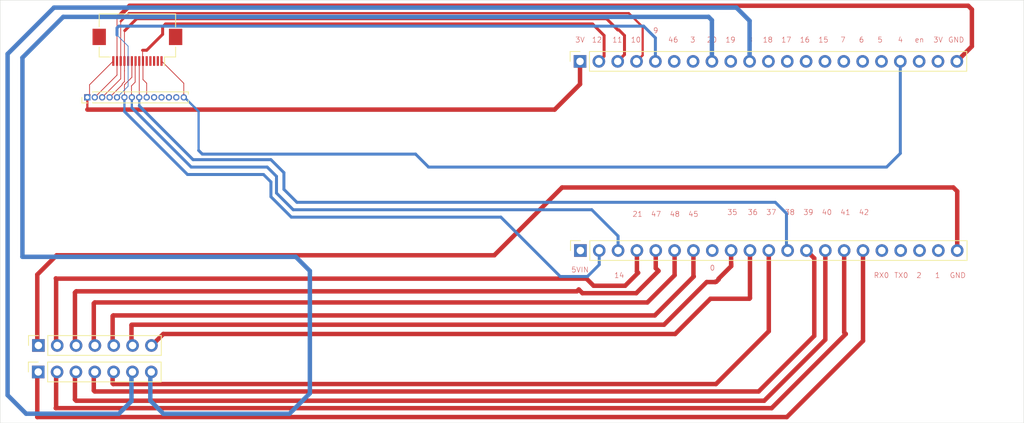
<source format=kicad_pcb>
(kicad_pcb (version 20241229) (generator "pcbnew") (generator_version "9.0")
  (layers (0 "F.Cu" signal) (2 "B.Cu" signal) (13 "F.Paste" user) (15 "B.Paste" user) (5 "F.SilkS" user "F.Silkscreen") (7 "B.SilkS" user "B.Silkscreen") (1 "F.Mask" user) (3 "B.Mask" user) (25 "Edge.Cuts" user))
  (net 0 "")
  (net 1 ".")
  (footprint "Connector_PinSocket_2.54mm:PinSocket_1x21_P2.54mm_Vertical" (layer "F.Cu") (at 157.72 109.75 90)
    (property "Reference" "ESP32PinSocket_2" (hide yes))
    (property "Value" "PinSocket_1x21_P2.54mm_Vertical" (hide yes))
    (fp_line (start 1.33 -1.33) (end 1.33 0) (stroke (width 0.12)) (layer "F.SilkS"))
    (fp_line (start 0 -1.33) (end 1.33 -1.33) (stroke (width 0.12)) (layer "F.SilkS"))
    (fp_line (start 1.33 1.27) (end 1.33 52.13) (stroke (width 0.12)) (layer "F.SilkS"))
    (fp_line (start -1.33 1.27) (end 1.33 1.27) (stroke (width 0.12)) (layer "F.SilkS"))
    (fp_line (start -1.33 1.27) (end -1.33 52.13) (stroke (width 0.12)) (layer "F.SilkS"))
    (fp_line (start -1.33 52.13) (end 1.33 52.13) (stroke (width 0.12)) (layer "F.SilkS"))
    (pad "1" thru_hole rect (at 0 0 90) (size 1.7 1.7) (drill 1) (layers "*.Cu" "*.Mask") (net 1 "."))
    (pad "2" thru_hole circle (at 0 2.54 90) (size 1.7 1.7) (drill 1) (layers "*.Cu" "*.Mask") (net 1 "."))
    (pad "3" thru_hole circle (at 0 5.08 90) (size 1.7 1.7) (drill 1) (layers "*.Cu" "*.Mask") (net 1 "."))
    (pad "4" thru_hole circle (at 0 7.62 90) (size 1.7 1.7) (drill 1) (layers "*.Cu" "*.Mask") (net 1 "."))
    (pad "5" thru_hole circle (at 0 10.16 90) (size 1.7 1.7) (drill 1) (layers "*.Cu" "*.Mask") (net 1 "."))
    (pad "6" thru_hole circle (at 0 12.7 90) (size 1.7 1.7) (drill 1) (layers "*.Cu" "*.Mask") (net 1 "."))
    (pad "7" thru_hole circle (at 0 15.24 90) (size 1.7 1.7) (drill 1) (layers "*.Cu" "*.Mask") (net 1 "."))
    (pad "8" thru_hole circle (at 0 17.78 90) (size 1.7 1.7) (drill 1) (layers "*.Cu" "*.Mask") (net 1 "."))
    (pad "9" thru_hole circle (at 0 20.32 90) (size 1.7 1.7) (drill 1) (layers "*.Cu" "*.Mask") (net 1 "."))
    (pad "10" thru_hole circle (at 0 22.86 90) (size 1.7 1.7) (drill 1) (layers "*.Cu" "*.Mask") (net 1 "."))
    (pad "11" thru_hole circle (at 0 25.4 90) (size 1.7 1.7) (drill 1) (layers "*.Cu" "*.Mask") (net 1 "."))
    (pad "12" thru_hole circle (at 0 27.94 90) (size 1.7 1.7) (drill 1) (layers "*.Cu" "*.Mask") (net 1 "."))
    (pad "13" thru_hole circle (at 0 30.48 90) (size 1.7 1.7) (drill 1) (layers "*.Cu" "*.Mask") (net 1 "."))
    (pad "14" thru_hole circle (at 0 33.02 90) (size 1.7 1.7) (drill 1) (layers "*.Cu" "*.Mask") (net 1 "."))
    (pad "15" thru_hole circle (at 0 35.56 90) (size 1.7 1.7) (drill 1) (layers "*.Cu" "*.Mask") (net 1 "."))
    (pad "16" thru_hole circle (at 0 38.1 90) (size 1.7 1.7) (drill 1) (layers "*.Cu" "*.Mask") (net 1 "."))
    (pad "17" thru_hole circle (at 0 40.64 90) (size 1.7 1.7) (drill 1) (layers "*.Cu" "*.Mask") (net 1 "."))
    (pad "18" thru_hole circle (at 0 43.18 90) (size 1.7 1.7) (drill 1) (layers "*.Cu" "*.Mask") (net 1 "."))
    (pad "19" thru_hole circle (at 0 45.72 90) (size 1.7 1.7) (drill 1) (layers "*.Cu" "*.Mask") (net 1 "."))
    (pad "20" thru_hole circle (at 0 48.26 90) (size 1.7 1.7) (drill 1) (layers "*.Cu" "*.Mask") (net 1 "."))
    (pad "21" thru_hole circle (at 0 50.8 90) (size 1.7 1.7) (drill 1) (layers "*.Cu" "*.Mask") (net 1 "."))
  )
  (footprint "Connector_PinSocket_2.54mm:PinSocket_1x07_P2.54mm_Vertical" (layer "F.Cu") (at 84.63 126.12 90)
    (property "Reference" "KeyboardSocket_2" (hide yes))
    (property "Value" "PinSocket_1x07_P2.54mm_Vertical" (hide yes))
    (fp_line (start 1.33 -1.33) (end 1.33 0) (stroke (width 0.12)) (layer "F.SilkS"))
    (fp_line (start 0 -1.33) (end 1.33 -1.33) (stroke (width 0.12)) (layer "F.SilkS"))
    (fp_line (start 1.33 1.27) (end 1.33 16.57) (stroke (width 0.12)) (layer "F.SilkS"))
    (fp_line (start -1.33 1.27) (end 1.33 1.27) (stroke (width 0.12)) (layer "F.SilkS"))
    (fp_line (start -1.33 1.27) (end -1.33 16.57) (stroke (width 0.12)) (layer "F.SilkS"))
    (fp_line (start -1.33 16.57) (end 1.33 16.57) (stroke (width 0.12)) (layer "F.SilkS"))
    (pad "1" thru_hole rect (at 0 0 90) (size 1.7 1.7) (drill 1) (layers "*.Cu" "*.Mask"))
    (pad "2" thru_hole circle (at 0 2.54 90) (size 1.7 1.7) (drill 1) (layers "*.Cu" "*.Mask"))
    (pad "3" thru_hole circle (at 0 5.08 90) (size 1.7 1.7) (drill 1) (layers "*.Cu" "*.Mask"))
    (pad "4" thru_hole circle (at 0 7.62 90) (size 1.7 1.7) (drill 1) (layers "*.Cu" "*.Mask"))
    (pad "5" thru_hole circle (at 0 10.16 90) (size 1.7 1.7) (drill 1) (layers "*.Cu" "*.Mask"))
    (pad "6" thru_hole circle (at 0 12.7 90) (size 1.7 1.7) (drill 1) (layers "*.Cu" "*.Mask"))
    (pad "7" thru_hole circle (at 0 15.24 90) (size 1.7 1.7) (drill 1) (layers "*.Cu" "*.Mask"))
  )
  (footprint "MountingHole:MountingHole_2.5mm" (layer "F.Cu") (at 90.8 102.69)
    (property "Reference" "REF**" (hide yes))
    (property "Value" "MountingHole_2.5mm" (hide yes))
    (pad "" np_thru_hole circle (at 0 0) (size 13 13) (drill 13) (layers "*.Cu" "*.Mask"))
  )
  (footprint "Connector_PinHeader_1.00mm:PinHeader_1x14_P1.00mm_Vertical" (layer "F.Cu") (at 91.25 89.1 90)
    (property "Reference" "FlatCable_Header" (hide yes))
    (property "Value" "PinHeader_1x14_P1.00mm_Vertical" (hide yes))
    (fp_line (start -0.745 -0.735) (end 0 -0.735) (stroke (width 0.12)) (layer "F.SilkS"))
    (fp_line (start -0.745 0) (end -0.745 -0.735) (stroke (width 0.12)) (layer "F.SilkS"))
    (fp_line (start 0.745 0.735) (end 0.745 13.61) (stroke (width 0.12)) (layer "F.SilkS"))
    (fp_line (start 0.685565 0.735) (end 0.745 0.735) (stroke (width 0.12)) (layer "F.SilkS"))
    (fp_line (start -0.745 0.735) (end -0.685565 0.735) (stroke (width 0.12)) (layer "F.SilkS"))
    (fp_line (start -0.745 0.735) (end -0.745 13.61) (stroke (width 0.12)) (layer "F.SilkS"))
    (fp_line (start 0.41003 13.61) (end 0.745 13.61) (stroke (width 0.12)) (layer "F.SilkS"))
    (fp_line (start -0.745 13.61) (end -0.41003 13.61) (stroke (width 0.12)) (layer "F.SilkS"))
    (pad "1" thru_hole rect (at 0 0 90) (size 0.85 0.85) (drill 0.5) (layers "*.Cu" "*.Mask"))
    (pad "2" thru_hole circle (at 0 1 90) (size 0.85 0.85) (drill 0.5) (layers "*.Cu" "*.Mask"))
    (pad "3" thru_hole circle (at 0 2 90) (size 0.85 0.85) (drill 0.5) (layers "*.Cu" "*.Mask"))
    (pad "4" thru_hole circle (at 0 3 90) (size 0.85 0.85) (drill 0.5) (layers "*.Cu" "*.Mask"))
    (pad "5" thru_hole circle (at 0 4 90) (size 0.85 0.85) (drill 0.5) (layers "*.Cu" "*.Mask"))
    (pad "6" thru_hole circle (at 0 5 90) (size 0.85 0.85) (drill 0.5) (layers "*.Cu" "*.Mask"))
    (pad "7" thru_hole circle (at 0 6 90) (size 0.85 0.85) (drill 0.5) (layers "*.Cu" "*.Mask"))
    (pad "8" thru_hole circle (at 0 7 90) (size 0.85 0.85) (drill 0.5) (layers "*.Cu" "*.Mask"))
    (pad "9" thru_hole circle (at 0 8 90) (size 0.85 0.85) (drill 0.5) (layers "*.Cu" "*.Mask"))
    (pad "10" thru_hole circle (at 0 9 90) (size 0.85 0.85) (drill 0.5) (layers "*.Cu" "*.Mask"))
    (pad "11" thru_hole circle (at 0 10 90) (size 0.85 0.85) (drill 0.5) (layers "*.Cu" "*.Mask"))
    (pad "12" thru_hole circle (at 0 11 90) (size 0.85 0.85) (drill 0.5) (layers "*.Cu" "*.Mask"))
    (pad "13" thru_hole circle (at 0 12 90) (size 0.85 0.85) (drill 0.5) (layers "*.Cu" "*.Mask"))
    (pad "14" thru_hole circle (at 0 13 90) (size 0.85 0.85) (drill 0.5) (layers "*.Cu" "*.Mask"))
  )
  (footprint "Connector_PinSocket_2.54mm:PinSocket_1x21_P2.54mm_Vertical" (layer "F.Cu") (at 157.67 84.25 90)
    (property "Reference" "ESP32PinSocket_1" (hide yes))
    (property "Value" "PinSocket_1x21_P2.54mm_Vertical" (hide yes))
    (fp_line (start 1.33 -1.33) (end 1.33 0) (stroke (width 0.12)) (layer "F.SilkS"))
    (fp_line (start 0 -1.33) (end 1.33 -1.33) (stroke (width 0.12)) (layer "F.SilkS"))
    (fp_line (start 1.33 1.27) (end 1.33 52.13) (stroke (width 0.12)) (layer "F.SilkS"))
    (fp_line (start -1.33 1.27) (end 1.33 1.27) (stroke (width 0.12)) (layer "F.SilkS"))
    (fp_line (start -1.33 1.27) (end -1.33 52.13) (stroke (width 0.12)) (layer "F.SilkS"))
    (fp_line (start -1.33 52.13) (end 1.33 52.13) (stroke (width 0.12)) (layer "F.SilkS"))
    (pad "1" thru_hole rect (at 0 0 90) (size 1.7 1.7) (drill 1) (layers "*.Cu" "*.Mask"))
    (pad "2" thru_hole circle (at 0 2.54 90) (size 1.7 1.7) (drill 1) (layers "*.Cu" "*.Mask"))
    (pad "3" thru_hole circle (at 0 5.08 90) (size 1.7 1.7) (drill 1) (layers "*.Cu" "*.Mask"))
    (pad "4" thru_hole circle (at 0 7.62 90) (size 1.7 1.7) (drill 1) (layers "*.Cu" "*.Mask"))
    (pad "5" thru_hole circle (at 0 10.16 90) (size 1.7 1.7) (drill 1) (layers "*.Cu" "*.Mask"))
    (pad "6" thru_hole circle (at 0 12.7 90) (size 1.7 1.7) (drill 1) (layers "*.Cu" "*.Mask"))
    (pad "7" thru_hole circle (at 0 15.24 90) (size 1.7 1.7) (drill 1) (layers "*.Cu" "*.Mask"))
    (pad "8" thru_hole circle (at 0 17.78 90) (size 1.7 1.7) (drill 1) (layers "*.Cu" "*.Mask"))
    (pad "9" thru_hole circle (at 0 20.32 90) (size 1.7 1.7) (drill 1) (layers "*.Cu" "*.Mask"))
    (pad "10" thru_hole circle (at 0 22.86 90) (size 1.7 1.7) (drill 1) (layers "*.Cu" "*.Mask"))
    (pad "11" thru_hole circle (at 0 25.4 90) (size 1.7 1.7) (drill 1) (layers "*.Cu" "*.Mask"))
    (pad "12" thru_hole circle (at 0 27.94 90) (size 1.7 1.7) (drill 1) (layers "*.Cu" "*.Mask"))
    (pad "13" thru_hole circle (at 0 30.48 90) (size 1.7 1.7) (drill 1) (layers "*.Cu" "*.Mask"))
    (pad "14" thru_hole circle (at 0 33.02 90) (size 1.7 1.7) (drill 1) (layers "*.Cu" "*.Mask"))
    (pad "15" thru_hole circle (at 0 35.56 90) (size 1.7 1.7) (drill 1) (layers "*.Cu" "*.Mask"))
    (pad "16" thru_hole circle (at 0 38.1 90) (size 1.7 1.7) (drill 1) (layers "*.Cu" "*.Mask"))
    (pad "17" thru_hole circle (at 0 40.64 90) (size 1.7 1.7) (drill 1) (layers "*.Cu" "*.Mask"))
    (pad "18" thru_hole circle (at 0 43.18 90) (size 1.7 1.7) (drill 1) (layers "*.Cu" "*.Mask"))
    (pad "19" thru_hole circle (at 0 45.72 90) (size 1.7 1.7) (drill 1) (layers "*.Cu" "*.Mask"))
    (pad "20" thru_hole circle (at 0 48.26 90) (size 1.7 1.7) (drill 1) (layers "*.Cu" "*.Mask"))
    (pad "21" thru_hole circle (at 0 50.8 90) (size 1.7 1.7) (drill 1) (layers "*.Cu" "*.Mask"))
  )
  (footprint "Connector_PinSocket_2.54mm:PinSocket_1x07_P2.54mm_Vertical" (layer "F.Cu") (at 84.65 122.55 90)
    (property "Reference" "KeyboardSocket_1" (hide yes))
    (property "Value" "PinSocket_1x07_P2.54mm_Vertical" (hide yes))
    (fp_line (start 1.33 -1.33) (end 1.33 0) (stroke (width 0.12)) (layer "F.SilkS"))
    (fp_line (start 0 -1.33) (end 1.33 -1.33) (stroke (width 0.12)) (layer "F.SilkS"))
    (fp_line (start 1.33 1.27) (end 1.33 16.57) (stroke (width 0.12)) (layer "F.SilkS"))
    (fp_line (start -1.33 1.27) (end 1.33 1.27) (stroke (width 0.12)) (layer "F.SilkS"))
    (fp_line (start -1.33 1.27) (end -1.33 16.57) (stroke (width 0.12)) (layer "F.SilkS"))
    (fp_line (start -1.33 16.57) (end 1.33 16.57) (stroke (width 0.12)) (layer "F.SilkS"))
    (pad "1" thru_hole rect (at 0 0 90) (size 1.7 1.7) (drill 1) (layers "*.Cu" "*.Mask"))
    (pad "2" thru_hole circle (at 0 2.54 90) (size 1.7 1.7) (drill 1) (layers "*.Cu" "*.Mask"))
    (pad "3" thru_hole circle (at 0 5.08 90) (size 1.7 1.7) (drill 1) (layers "*.Cu" "*.Mask"))
    (pad "4" thru_hole circle (at 0 7.62 90) (size 1.7 1.7) (drill 1) (layers "*.Cu" "*.Mask"))
    (pad "5" thru_hole circle (at 0 10.16 90) (size 1.7 1.7) (drill 1) (layers "*.Cu" "*.Mask"))
    (pad "6" thru_hole circle (at 0 12.7 90) (size 1.7 1.7) (drill 1) (layers "*.Cu" "*.Mask"))
    (pad "7" thru_hole circle (at 0 15.24 90) (size 1.7 1.7) (drill 1) (layers "*.Cu" "*.Mask"))
  )
  (footprint "Connector_FFC-FPC:Hirose_FH12-14S-0.5SH_1x14-1MP_P0.50mm_Horizontal" (layer "F.Cu") (at 98 82.35 180)
    (property "Reference" "FlatCableSocket" (hide yes))
    (property "Value" "Hirose_FH12-14S-0.5SH_1x14-1MP_P0.50mm_Horizontal" (hide yes))
    (fp_line (start 5.15 4.5) (end 5.15 2.76) (stroke (width 0.12)) (layer "F.SilkS"))
    (fp_line (start 5.15 -1.3) (end 5.15 0.04) (stroke (width 0.12)) (layer "F.SilkS"))
    (fp_line (start 3.66 -1.3) (end 5.15 -1.3) (stroke (width 0.12)) (layer "F.SilkS"))
    (fp_line (start -3.66 -1.3) (end -3.66 -2.5) (stroke (width 0.12)) (layer "F.SilkS"))
    (fp_line (start -3.66 -1.3) (end -5.15 -1.3) (stroke (width 0.12)) (layer "F.SilkS"))
    (fp_line (start -5.15 4.5) (end 5.15 4.5) (stroke (width 0.12)) (layer "F.SilkS"))
    (fp_line (start -5.15 2.76) (end -5.15 4.5) (stroke (width 0.12)) (layer "F.SilkS"))
    (fp_line (start -5.15 -1.3) (end -5.15 0.04) (stroke (width 0.12)) (layer "F.SilkS"))
    (pad "1" smd rect (at -3.25 -1.85 180) (size 0.3 1.3) (layers "F.Cu" "F.Mask" "F.Paste"))
    (pad "2" smd rect (at -2.75 -1.85 180) (size 0.3 1.3) (layers "F.Cu" "F.Mask" "F.Paste"))
    (pad "3" smd rect (at -2.25 -1.85 180) (size 0.3 1.3) (layers "F.Cu" "F.Mask" "F.Paste"))
    (pad "4" smd rect (at -1.75 -1.85 180) (size 0.3 1.3) (layers "F.Cu" "F.Mask" "F.Paste"))
    (pad "5" smd rect (at -1.25 -1.85 180) (size 0.3 1.3) (layers "F.Cu" "F.Mask" "F.Paste"))
    (pad "6" smd rect (at -0.75 -1.85 180) (size 0.3 1.3) (layers "F.Cu" "F.Mask" "F.Paste"))
    (pad "7" smd rect (at -0.25 -1.85 180) (size 0.3 1.3) (layers "F.Cu" "F.Mask" "F.Paste"))
    (pad "8" smd rect (at 0.25 -1.85 180) (size 0.3 1.3) (layers "F.Cu" "F.Mask" "F.Paste"))
    (pad "9" smd rect (at 0.75 -1.85 180) (size 0.3 1.3) (layers "F.Cu" "F.Mask" "F.Paste"))
    (pad "10" smd rect (at 1.25 -1.85 180) (size 0.3 1.3) (layers "F.Cu" "F.Mask" "F.Paste"))
    (pad "11" smd rect (at 1.75 -1.85 180) (size 0.3 1.3) (layers "F.Cu" "F.Mask" "F.Paste"))
    (pad "12" smd rect (at 2.25 -1.85 180) (size 0.3 1.3) (layers "F.Cu" "F.Mask" "F.Paste"))
    (pad "13" smd rect (at 2.75 -1.85 180) (size 0.3 1.3) (layers "F.Cu" "F.Mask" "F.Paste"))
    (pad "14" smd rect (at 3.25 -1.85 180) (size 0.3 1.3) (layers "F.Cu" "F.Mask" "F.Paste"))
    (pad "MP" smd rect (at -5.15 1.4 180) (size 1.8 2.2) (layers "F.Cu" "F.Mask" "F.Paste"))
    (pad "MP" smd rect (at 5.15 1.4 180) (size 1.8 2.2) (layers "F.Cu" "F.Mask" "F.Paste"))
  )
  (gr_line (start 217.5 76) (end 79.5 76) (stroke (width 0.05)) (layer "Edge.Cuts"))
  (gr_line (start 217.5 133) (end 217.5 76) (stroke (width 0.05)) (layer "Edge.Cuts"))
  (gr_line (start 217.5 133) (end 79.5 133) (stroke (width 0.05)) (layer "Edge.Cuts"))
  (gr_line (start 79.5 76) (end 79.5 133) (stroke (width 0.05)) (layer "Edge.Cuts"))
  (gr_text "en" (at 202.78 81.75 0) (layer "F.Cu") (effects (font (size 0.7 0.7) (thickness 0.05)) (justify left bottom)))
  (gr_text "11" (at 162 81.75 0) (layer "F.Cu") (effects (font (size 0.7 0.7) (thickness 0.05)) (justify left bottom)))
  (gr_text "19" (at 177.25 81.75 0) (layer "F.Cu") (effects (font (size 0.7 0.7) (thickness 0.05)) (justify left bottom)))
  (gr_text "14" (at 162.25 113.5 0) (layer "F.Cu") (effects (font (size 0.7 0.7) (thickness 0.05)) (justify left bottom)))
  (gr_text "21" (at 164.72 105.25 0) (layer "F.Cu") (effects (font (size 0.7 0.7) (thickness 0.05)) (justify left bottom)))
  (gr_text "40" (at 190.25 105 0) (layer "F.Cu") (effects (font (size 0.7 0.7) (thickness 0.05)) (justify left bottom)))
  (gr_text "39" (at 187.75 105 0) (layer "F.Cu") (effects (font (size 0.7 0.7) (thickness 0.05)) (justify left bottom)))
  (gr_text "6" (at 195.25 81.75 0) (layer "F.Cu") (effects (font (size 0.7 0.7) (thickness 0.05)) (justify left bottom)))
  (gr_text "42\n" (at 195.25 105 0) (layer "F.Cu") (effects (font (size 0.7 0.7) (thickness 0.05)) (justify left bottom)))
  (gr_text "46" (at 169.53 81.75 0) (layer "F.Cu") (effects (font (size 0.7 0.7) (thickness 0.05)) (justify left bottom)))
  (gr_text "TX0" (at 200 113.5 0) (layer "F.Cu") (effects (font (size 0.7 0.7) (thickness 0.05)) (justify left bottom)))
  (gr_text "3V" (at 205.28 81.75 0) (layer "F.Cu") (effects (font (size 0.7 0.7) (thickness 0.05)) (justify left bottom)))
  (gr_text "8" (at 180.25 81.75 0) (layer "F.Cu") (effects (font (size 0.7 0.7) (thickness 0.05)) (justify left bottom)))
  (gr_text "7" (at 192.75 81.75 0) (layer "F.Cu") (effects (font (size 0.7 0.7) (thickness 0.05)) (justify left bottom)))
  (gr_text "1" (at 205.5 113.5 0) (layer "F.Cu") (effects (font (size 0.7 0.7) (thickness 0.05)) (justify left bottom)))
  (gr_text "GND" (at 207.5 113.5 0) (layer "F.Cu") (effects (font (size 0.7 0.7) (thickness 0.05)) (justify left bottom)))
  (gr_text "37" (at 182.75 105 0) (layer "F.Cu") (effects (font (size 0.7 0.7) (thickness 0.05)) (justify left bottom)))
  (gr_text "36" (at 180.25 105 0) (layer "F.Cu") (effects (font (size 0.7 0.7) (thickness 0.05)) (justify left bottom)))
  (gr_text "17" (at 184.78 81.75 0) (layer "F.Cu") (effects (font (size 0.7 0.7) (thickness 0.05)) (justify left bottom)))
  (gr_text "3V" (at 157 81.75 0) (layer "F.Cu") (effects (font (size 0.7 0.7) (thickness 0.05)) (justify left bottom)))
  (gr_text "12" (at 159.25 81.75 0) (layer "F.Cu") (effects (font (size 0.7 0.7) (thickness 0.05)) (justify left bottom)))
  (gr_text "38" (at 185.25 105 0) (layer "F.Cu") (effects (font (size 0.7 0.7) (thickness 0.05)) (justify left bottom)))
  (gr_text "10" (at 164.5 81.75 0) (layer "F.Cu") (effects (font (size 0.7 0.7) (thickness 0.05)) (justify left bottom)))
  (gr_text "0" (at 175.15 112.5 0) (layer "F.Cu") (effects (font (size 0.7 0.7) (thickness 0.05)) (justify left bottom)))
  (gr_text "2" (at 203 113.5 0) (layer "F.Cu") (effects (font (size 0.7 0.7) (thickness 0.05)) (justify left bottom)))
  (gr_text "3" (at 172.5 81.75 0) (layer "F.Cu") (effects (font (size 0.7 0.7) (thickness 0.05)) (justify left bottom)))
  (gr_text "35" (at 177.5 105 0) (layer "F.Cu") (effects (font (size 0.7 0.7) (thickness 0.05)) (justify left bottom)))
  (gr_text "RX0" (at 197.25 113.5 0) (layer "F.Cu") (effects (font (size 0.7 0.7) (thickness 0.05)) (justify left bottom)))
  (gr_text "41" (at 192.75 105 0) (layer "F.Cu") (effects (font (size 0.7 0.7) (thickness 0.05)) (justify left bottom)))
  (gr_text "5VIN" (at 156.47 112.75 0) (layer "F.Cu") (effects (font (size 0.7 0.7) (thickness 0.05)) (justify left bottom)))
  (gr_text "45" (at 172.25 105.25 0) (layer "F.Cu") (effects (font (size 0.7 0.7) (thickness 0.05)) (justify left bottom)))
  (gr_text "18" (at 182.28 81.75 0) (layer "F.Cu") (effects (font (size 0.7 0.7) (thickness 0.05)) (justify left bottom)))
  (gr_text "48" (at 169.75 105.25 0) (layer "F.Cu") (effects (font (size 0.7 0.7) (thickness 0.05)) (justify left bottom)))
  (gr_text "5" (at 197.75 81.75 0) (layer "F.Cu") (effects (font (size 0.7 0.7) (thickness 0.05)) (justify left bottom)))
  (gr_text "GND" (at 207.28 81.75 0) (layer "F.Cu") (effects (font (size 0.7 0.7) (thickness 0.05)) (justify left bottom)))
  (gr_text "15" (at 189.78 81.75 0) (layer "F.Cu") (effects (font (size 0.7 0.7) (thickness 0.05)) (justify left bottom)))
  (gr_text "9" (at 167.5 80.5 0) (layer "F.Cu") (effects (font (size 0.7 0.7) (thickness 0.05)) (justify left bottom)))
  (gr_text "20" (at 174.75 81.75 0) (layer "F.Cu") (effects (font (size 0.7 0.7) (thickness 0.05)) (justify left bottom)))
  (gr_text "4" (at 200.5 81.75 0) (layer "F.Cu") (effects (font (size 0.7 0.7) (thickness 0.05)) (justify left bottom)))
  (gr_text "47" (at 167.22 105.25 0) (layer "F.Cu") (effects (font (size 0.7 0.7) (thickness 0.05)) (justify left bottom)))
  (gr_text "16" (at 187.28 81.75 0) (layer "F.Cu") (effects (font (size 0.7 0.7) (thickness 0.05)) (justify left bottom)))
  (segment (start 160.915629 83.544371) (end 160.21 84.25) (width 0.4) (layer "F.Cu") (net 0))
  (segment (start 91.25 90.75) (end 154.25 90.75) (width 0.6) (layer "F.Cu") (net 0))
  (segment (start 96.3 80.1) (end 96.25 80.15) (width 0.1) (layer "F.Cu") (net 0))
  (segment (start 91.25 89.1) (end 91.25 90.75) (width 0.3) (layer "F.Cu") (net 0))
  (segment (start 97.9 78.5) (end 161.25 78.5) (width 0.4) (layer "F.Cu") (net 0))
  (segment (start 95.75 86.6) (end 93.25 89.1) (width 0.1) (layer "F.Cu") (net 0))
  (segment (start 101.25 84.2) (end 104.25 87.2) (width 0.1) (layer "F.Cu") (net 0))
  (segment (start 210 76.75) (end 210.5 77.25) (width 0.6) (layer "F.Cu") (net 0))
  (segment (start 95.75 78.85) (end 95.75 86.6) (width 0.1) (layer "F.Cu") (net 0))
  (segment (start 98.75 84.2) (end 98.7 84.15) (width 0.1) (layer "F.Cu") (net 0))
  (segment (start 164.25 77.75) (end 166.11551 79.61551) (width 0.3) (layer "F.Cu") (net 0))
  (segment (start 95.45 78.25) (end 95.25 78.45) (width 0.1) (layer "F.Cu") (net 0))
  (segment (start 166.11551 83.42449) (end 165.29 84.25) (width 0.3) (layer "F.Cu") (net 0))
  (segment (start 96.25 80.15) (end 96.25 85.524322) (width 0.1) (layer "F.Cu") (net 0))
  (segment (start 101.4 80.6) (end 101.4 79.6) (width 0.4) (layer "F.Cu") (net 0))
  (segment (start 91.55 87.4) (end 91.55 88.8) (width 0.1) (layer "F.Cu") (net 0))
  (segment (start 166.11551 79.61551) (end 166.11551 83.42449) (width 0.3) (layer "F.Cu") (net 0))
  (segment (start 96.95 76.75) (end 210 76.75) (width 0.6) (layer "F.Cu") (net 0))
  (segment (start 210.5 77.25) (end 210.5 82.22) (width 0.6) (layer "F.Cu") (net 0))
  (segment (start 95.25 86.1) (end 92.25 89.1) (width 0.1) (layer "F.Cu") (net 0))
  (segment (start 95.949 87.401) (end 94.25 89.1) (width 0.1) (layer "F.Cu") (net 0))
  (segment (start 154.25 90.75) (end 157.67 87.33) (width 0.6) (layer "F.Cu") (net 0))
  (segment (start 95.45 78.25) (end 96.95 76.75) (width 0.6) (layer "F.Cu") (net 0))
  (segment (start 96.3 80.1) (end 97.9 78.5) (width 0.4) (layer "F.Cu") (net 0))
  (segment (start 96.249 85.525322) (end 96.249 86.975322) (width 0.1) (layer "F.Cu") (net 0))
  (segment (start 163.663894 80.764185) (end 163.663894 83.336106) (width 0.4) (layer "F.Cu") (net 0))
  (segment (start 91.55 88.8) (end 91.25 89.1) (width 0.3) (layer "F.Cu") (net 0))
  (segment (start 101.4 79.6) (end 101.8 79.2) (width 0.4) (layer "F.Cu") (net 0))
  (segment (start 163.663894 83.336106) (end 162.75 84.25) (width 0.4) (layer "F.Cu") (net 0))
  (segment (start 104.25 87.2) (end 104.25 89.1) (width 0.1) (layer "F.Cu") (net 0))
  (segment (start 98.7 84.15) (end 98.7 82.75) (width 0.1) (layer "F.Cu") (net 0))
  (segment (start 98.75 86.7) (end 98.75 84.2) (width 0.1) (layer "F.Cu") (net 0))
  (segment (start 98.7 82.75) (end 99.25 82.75) (width 0.4) (layer "F.Cu") (net 0))
  (segment (start 99.25 89.1) (end 99.25 87.2) (width 0.1) (layer "F.Cu") (net 0))
  (segment (start 162.899709 80) (end 163.663894 80.764185) (width 0.4) (layer "F.Cu") (net 0))
  (segment (start 161.25 78.5) (end 162.75 80) (width 0.4) (layer "F.Cu") (net 0))
  (segment (start 95.25 78.45) (end 95.25 86.1) (width 0.1) (layer "F.Cu") (net 0))
  (segment (start 96.249 86.975322) (end 95.949 87.275322) (width 0.1) (layer "F.Cu") (net 0))
  (segment (start 96.85 77.75) (end 164.25 77.75) (width 0.3) (layer "F.Cu") (net 0))
  (segment (start 157.67 87.33) (end 157.67 84.25) (width 0.6) (layer "F.Cu") (net 0))
  (segment (start 99.25 87.2) (end 98.75 86.7) (width 0.1) (layer "F.Cu") (net 0))
  (segment (start 99.25 82.75) (end 101.4 80.6) (width 0.4) (layer "F.Cu") (net 0))
  (segment (start 94.75 84.2) (end 91.55 87.4) (width 0.1) (layer "F.Cu") (net 0))
  (segment (start 160.915629 80.763898) (end 160.915629 83.544371) (width 0.4) (layer "F.Cu") (net 0))
  (segment (start 95.75 78.85) (end 96.85 77.75) (width 0.3) (layer "F.Cu") (net 0))
  (segment (start 96.25 85.524322) (end 96.249 85.525322) (width 0.1) (layer "F.Cu") (net 0))
  (segment (start 101.8 79.2) (end 159.351731 79.2) (width 0.4) (layer "F.Cu") (net 0))
  (segment (start 159.351731 79.2) (end 160.915629 80.763898) (width 0.4) (layer "F.Cu") (net 0))
  (segment (start 95.949 87.275322) (end 95.949 87.401) (width 0.1) (layer "F.Cu") (net 0))
  (segment (start 162.75 80) (end 162.899709 80) (width 0.4) (layer "F.Cu") (net 0))
  (segment (start 210.5 82.22) (end 208.47 84.25) (width 0.6) (layer "F.Cu") (net 0))
  (via (at 93.25 89.1) (size 0.5) (drill 0.4) (layers "F.Cu" "B.Cu") (net 0))
  (via (at 99.25 89.1) (size 0.5) (drill 0.4) (layers "F.Cu" "B.Cu") (net 0))
  (via (at 91.25 89.1) (size 0.5) (drill 0.4) (layers "F.Cu" "B.Cu") (net 0))
  (via (at 99.25 89.1) (size 0.5) (drill 0.4) (layers "F.Cu" "B.Cu") (net 0))
  (via (at 92.25 89.1) (size 0.5) (drill 0.4) (layers "F.Cu" "B.Cu") (net 0))
  (via (at 103.25 89.1) (size 0.5) (drill 0.4) (layers "F.Cu" "B.Cu") (net 0))
  (via (at 100.25 89.1) (size 0.5) (drill 0.4) (layers "F.Cu" "B.Cu") (net 0))
  (via (at 104.25 89.1) (size 0.5) (drill 0.4) (layers "F.Cu" "B.Cu") (net 0))
  (via (at 102.25 89.1) (size 0.5) (drill 0.4) (layers "F.Cu" "B.Cu") (net 0))
  (via (at 103.25 89.1) (size 0.5) (drill 0.4) (layers "F.Cu" "B.Cu") (net 0))
  (via (at 95.25 89.1) (size 0.5) (drill 0.4) (layers "F.Cu" "B.Cu") (net 0))
  (via (at 94.25 89.1) (size 0.5) (drill 0.4) (layers "F.Cu" "B.Cu") (net 0))
  (via (at 104.25 89.1) (size 0.5) (drill 0.4) (layers "F.Cu" "B.Cu") (net 0))
  (via (at 93.25 89.1) (size 0.5) (drill 0.4) (layers "F.Cu" "B.Cu") (net 0))
  (via (at 92.25 89.1) (size 0.5) (drill 0.4) (layers "F.Cu" "B.Cu") (net 0))
  (via (at 95.25 89.1) (size 0.5) (drill 0.4) (layers "F.Cu" "B.Cu") (net 0))
  (via (at 102.25 89.1) (size 0.5) (drill 0.4) (layers "F.Cu" "B.Cu") (net 0))
  (via (at 100.25 89.1) (size 0.5) (drill 0.4) (layers "F.Cu" "B.Cu") (net 0))
  (via (at 101.25 89.1) (size 0.5) (drill 0.4) (layers "F.Cu" "B.Cu") (net 0))
  (via (at 94.25 89.1) (size 0.5) (drill 0.4) (layers "F.Cu" "B.Cu") (net 0))
  (via (at 91.25 89.1) (size 0.5) (drill 0.4) (layers "F.Cu" "B.Cu") (net 0))
  (via (at 101.25 89.1) (size 0.5) (drill 0.4) (layers "F.Cu" "B.Cu") (net 0))
  (segment (start 83 131.75) (end 80.5 129.25) (width 0.6) (layer "B.Cu") (net 0))
  (segment (start 167.83 81.08) (end 167.83 84.25) (width 0.4) (layer "B.Cu") (net 0))
  (segment (start 135.5 96.75) (end 137.25 98.5) (width 0.4) (layer "B.Cu") (net 0))
  (segment (start 95.25 80.7) (end 95.25 79.75) (width 0.4) (layer "B.Cu") (net 0))
  (segment (start 96.75 82.2) (end 95.25 80.7) (width 0.1) (layer "B.Cu") (net 0))
  (segment (start 178.75 77) (end 180.53 78.78) (width 0.6) (layer "B.Cu") (net 0))
  (segment (start 106.75 96.75) (end 135.5 96.75) (width 0.4) (layer "B.Cu") (net 0))
  (segment (start 80.5 129.25) (end 80.5 83.25) (width 0.6) (layer "B.Cu") (net 0))
  (segment (start 137.25 98.5) (end 199 98.5) (width 0.4) (layer "B.Cu") (net 0))
  (segment (start 96.75 87.6) (end 96.75 82.2) (width 0.1) (layer "B.Cu") (net 0))
  (segment (start 199 98.5) (end 200.85 96.65) (width 0.4) (layer "B.Cu") (net 0))
  (segment (start 97.2 126.25) (end 97.2 130.05) (width 0.6) (layer "B.Cu") (net 0))
  (segment (start 200.85 96.65) (end 200.85 84.25) (width 0.4) (layer "B.Cu") (net 0))
  (segment (start 106.25 91) (end 106.25 96.25) (width 0.3) (layer "B.Cu") (net 0))
  (segment (start 95.5 79.5) (end 166.25 79.5) (width 0.4) (layer "B.Cu") (net 0))
  (segment (start 86.75 77) (end 178.75 77) (width 0.6) (layer "B.Cu") (net 0))
  (segment (start 180.53 78.78) (end 180.53 84.25) (width 0.6) (layer "B.Cu") (net 0))
  (segment (start 80.5 83.25) (end 86.75 77) (width 0.6) (layer "B.Cu") (net 0))
  (segment (start 97.2 130.05) (end 95.5 131.75) (width 0.6) (layer "B.Cu") (net 0))
  (segment (start 95.5 131.75) (end 83 131.75) (width 0.6) (layer "B.Cu") (net 0))
  (segment (start 105.7 90.45) (end 106.25 91) (width 0.3) (layer "B.Cu") (net 0))
  (segment (start 104.35 89.1) (end 106.25 91) (width 0.3) (layer "B.Cu") (net 0))
  (segment (start 106.25 96.25) (end 106.75 96.75) (width 0.4) (layer "B.Cu") (net 0))
  (segment (start 95.25 79.75) (end 95.5 79.5) (width 0.4) (layer "B.Cu") (net 0))
  (segment (start 97.35 126.1) (end 97.2 126.25) (width 0.6) (layer "B.Cu") (net 0))
  (segment (start 95.25 89.1) (end 96.75 87.6) (width 0.1) (layer "B.Cu") (net 0))
  (segment (start 166.25 79.5) (end 167.83 81.08) (width 0.4) (layer "B.Cu") (net 0))
  (segment (start 94.75 118.5) (end 167.75 118.5) (width 0.6) (layer "F.Cu") (net 1))
  (segment (start 158.54 113.54) (end 159.5 114.5) (width 0.6) (layer "F.Cu") (net 1))
  (segment (start 175.25 116.25) (end 180.5 116.25) (width 0.6) (layer "F.Cu") (net 1))
  (segment (start 176 127.75) (end 183.12 120.63) (width 0.6) (layer "F.Cu") (net 1))
  (segment (start 193.5 121) (end 193.28 120.78) (width 0.6) (layer "F.Cu") (net 1))
  (segment (start 178.05 111.6) (end 178.04 111.59) (width 0.6) (layer "F.Cu") (net 1))
  (segment (start 168.25 112.5) (end 167.88 112.13) (width 0.6) (layer "F.Cu") (net 1))
  (segment (start 195.82 121.93) (end 195.82 109.75) (width 0.6) (layer "F.Cu") (net 1))
  (segment (start 87.04 113.54) (end 87 113.5) (width 0.6) (layer "F.Cu") (net 1))
  (segment (start 92.12 122.75) (end 92.12 116.88) (width 0.6) (layer "F.Cu") (net 1))
  (segment (start 89.75 130) (end 182.5 130) (width 0.6) (layer "F.Cu") (net 1))
  (segment (start 176.055365 113.944468) (end 176.348843 113.65099) (width 0.6) (layer "F.Cu") (net 1))
  (segment (start 173 113.25) (end 172.96 113.21) (width 0.6) (layer "F.Cu") (net 1))
  (segment (start 178 109.79) (end 178.04 109.75) (width 0.6) (layer "F.Cu") (net 1))
  (segment (start 84.5 113) (end 87.109 110.391) (width 0.6) (layer "F.Cu") (net 1))
  (segment (start 159.5 114.5) (end 163.75 114.5) (width 0.6) (layer "F.Cu") (net 1))
  (segment (start 208 101.25) (end 208.52 101.77) (width 0.6) (layer "F.Cu") (net 1))
  (segment (start 180.5 116.25) (end 180.58 116.17) (width 0.6) (layer "F.Cu") (net 1))
  (segment (start 89.75 115.25) (end 157.25 115.25) (width 0.6) (layer "F.Cu") (net 1))
  (segment (start 87.2 125.9) (end 87.04 126.06) (width 0.6) (layer "F.Cu") (net 1))
  (segment (start 170.42 113.08) (end 170.42 109.75) (width 0.6) (layer "F.Cu") (net 1))
  (segment (start 182.5 130) (end 190.74 121.76) (width 0.6) (layer "F.Cu") (net 1))
  (segment (start 158 115.5) (end 165.25 115.5) (width 0.6) (layer "F.Cu") (net 1))
  (segment (start 94.66 126.392654) (end 94.66 127.66) (width 0.6) (layer "F.Cu") (net 1))
  (segment (start 183.12 120.63) (end 183.12 109.75) (width 0.6) (layer "F.Cu") (net 1))
  (segment (start 97.25 119.75) (end 169 119.75) (width 0.6) (layer "F.Cu") (net 1))
  (segment (start 97.7 84.45) (end 97.7 87.05) (width 0.1) (layer "F.Cu") (net 1))
  (segment (start 174.75 114) (end 175.9 114) (width 0.6) (layer "F.Cu") (net 1))
  (segment (start 87.04 113.54) (end 158.54 113.54) (width 0.6) (layer "F.Cu") (net 1))
  (segment (start 208.52 101.77) (end 208.52 109.75) (width 0.6) (layer "F.Cu") (net 1))
  (segment (start 92.301074 125.973611) (end 92.12 126.154685) (width 0.6) (layer "F.Cu") (net 1))
  (segment (start 178.04 111.59) (end 178.04 109.75) (width 0.6) (layer "F.Cu") (net 1))
  (segment (start 157.5 115) (end 158 115.5) (width 0.6) (layer "F.Cu") (net 1))
  (segment (start 94.938386 126.114268) (end 94.66 126.392654) (width 0.6) (layer "F.Cu") (net 1))
  (segment (start 169 119.75) (end 174.75 114) (width 0.6) (layer "F.Cu") (net 1))
  (segment (start 89.58 126.12) (end 89.58 129.83) (width 0.6) (layer "F.Cu") (net 1))
  (segment (start 193.28 120.78) (end 193.28 109.75) (width 0.6) (layer "F.Cu") (net 1))
  (segment (start 89.58 129.83) (end 89.75 130) (width 0.6) (layer "F.Cu") (net 1))
  (segment (start 181.75 128.75) (end 189.25 121.25) (width 0.6) (layer "F.Cu") (net 1))
  (segment (start 97.7 87.05) (end 97.2 87.55) (width 0.1) (layer "F.Cu") (net 1))
  (segment (start 96.25 87.4) (end 96.25 89.1) (width 0.1) (layer "F.Cu") (net 1))
  (segment (start 167.75 118.5) (end 173 113.25) (width 0.6) (layer "F.Cu") (net 1))
  (segment (start 165.34 112.59) (end 165.34 109.75) (width 0.6) (layer "F.Cu") (net 1))
  (segment (start 175.955532 113.944468) (end 176.055365 113.944468) (width 0.6) (layer "F.Cu") (net 1))
  (segment (start 97.2 87.55) (end 97.2 89.05) (width 0.1) (layer "F.Cu") (net 1))
  (segment (start 165.25 115.5) (end 168.25 112.5) (width 0.6) (layer "F.Cu") (net 1))
  (segment (start 92.12 128.62) (end 92.25 128.75) (width 0.6) (layer "F.Cu") (net 1))
  (segment (start 157.25 115.25) (end 157.5 115) (width 0.6) (layer "F.Cu") (net 1))
  (segment (start 146.109 110.391) (end 155.25 101.25) (width 0.6) (layer "F.Cu") (net 1))
  (segment (start 165.5 112.75) (end 165.34 112.59) (width 0.6) (layer "F.Cu") (net 1))
  (segment (start 87.04 122.75) (end 87.04 113.54) (width 0.6) (layer "F.Cu") (net 1))
  (segment (start 175.9 114) (end 175.955532 113.944468) (width 0.6) (layer "F.Cu") (net 1))
  (segment (start 87.04 130.96) (end 87 131) (width 0.6) (layer "F.Cu") (net 1))
  (segment (start 84.8 125.9) (end 84.5 126.2) (width 0.6) (layer "F.Cu") (net 1))
  (segment (start 97.25 84.55) (end 97.25 86.4) (width 0.1) (layer "F.Cu") (net 1))
  (segment (start 97.2 119.8) (end 97.25 119.75) (width 0.6) (layer "F.Cu") (net 1))
  (segment (start 89.7 126) (end 89.58 126.12) (width 0.6) (layer "F.Cu") (net 1))
  (segment (start 155.25 101.25) (end 208 101.25) (width 0.6) (layer "F.Cu") (net 1))
  (segment (start 176.348843 113.551157) (end 178.05 111.85) (width 0.6) (layer "F.Cu") (net 1))
  (segment (start 84.5 126.2) (end 84.5 132.199) (width 0.6) (layer "F.Cu") (net 1))
  (segment (start 166.75 116.75) (end 170.42 113.08) (width 0.6) (layer "F.Cu") (net 1))
  (segment (start 176.348843 113.65099) (end 176.348843 113.551157) (width 0.6) (layer "F.Cu") (net 1))
  (segment (start 172.96 113.21) (end 172.96 109.75) (width 0.6) (layer "F.Cu") (net 1))
  (segment (start 94.66 127.66) (end 94.75 127.75) (width 0.6) (layer "F.Cu") (net 1))
  (segment (start 101.49 121) (end 170.5 121) (width 0.6) (layer "F.Cu") (net 1))
  (segment (start 89.58 122.75) (end 89.58 115.42) (width 0.6) (layer "F.Cu") (net 1))
  (segment (start 84.5 132.199) (end 185.551 132.199) (width 0.6) (layer "F.Cu") (net 1))
  (segment (start 94.66 122.75) (end 94.66 118.59) (width 0.6) (layer "F.Cu") (net 1))
  (segment (start 84.5 122.75) (end 84.5 113) (width 0.6) (layer "F.Cu") (net 1))
  (segment (start 178.05 111.85) (end 178.05 111.6) (width 0.6) (layer "F.Cu") (net 1))
  (segment (start 94.66 118.59) (end 94.75 118.5) (width 0.6) (layer "F.Cu") (net 1))
  (segment (start 170.5 121) (end 175.25 116.25) (width 0.6) (layer "F.Cu") (net 1))
  (segment (start 97.25 86.4) (end 96.25 87.4) (width 0.1) (layer "F.Cu") (net 1))
  (segment (start 94.75 127.75) (end 176 127.75) (width 0.6) (layer "F.Cu") (net 1))
  (segment (start 92.12 116.88) (end 92.25 116.75) (width 0.6) (layer "F.Cu") (net 1))
  (segment (start 189.25 110.8) (end 188.2 109.75) (width 0.6) (layer "F.Cu") (net 1))
  (segment (start 89.58 115.42) (end 89.75 115.25) (width 0.6) (layer "F.Cu") (net 1))
  (segment (start 189.25 121.25) (end 189.25 110.8) (width 0.6) (layer "F.Cu") (net 1))
  (segment (start 99.74 122.75) (end 101.49 121) (width 0.6) (layer "F.Cu") (net 1))
  (segment (start 190.74 121.76) (end 190.74 109.75) (width 0.6) (layer "F.Cu") (net 1))
  (segment (start 167.88 112.13) (end 167.88 109.75) (width 0.6) (layer "F.Cu") (net 1))
  (segment (start 92.12 126.154685) (end 92.12 128.62) (width 0.6) (layer "F.Cu") (net 1))
  (segment (start 92.25 116.75) (end 166.75 116.75) (width 0.6) (layer "F.Cu") (net 1))
  (segment (start 87 131) (end 183.5 131) (width 0.6) (layer "F.Cu") (net 1))
  (segment (start 180.58 116.17) (end 180.58 109.75) (width 0.6) (layer "F.Cu") (net 1))
  (segment (start 97.2 122.75) (end 97.2 119.8) (width 0.6) (layer "F.Cu") (net 1))
  (segment (start 87.04 126.06) (end 87.04 130.96) (width 0.6) (layer "F.Cu") (net 1))
  (segment (start 92.25 128.75) (end 181.75 128.75) (width 0.6) (layer "F.Cu") (net 1))
  (segment (start 183.5 131) (end 193.5 121) (width 0.6) (layer "F.Cu") (net 1))
  (segment (start 98.25 84.35) (end 98.25 89.1) (width 0.1) (layer "F.Cu") (net 1))
  (segment (start 97.2 89.05) (end 97.25 89.1) (width 0.3) (layer "F.Cu") (net 1))
  (segment (start 87.109 110.391) (end 146.109 110.391) (width 0.6) (layer "F.Cu") (net 1))
  (segment (start 163.75 114.5) (end 165.5 112.75) (width 0.6) (layer "F.Cu") (net 1))
  (segment (start 185.551 132.199) (end 195.82 121.93) (width 0.6) (layer "F.Cu") (net 1))
  (via (at 96.25 89.1) (size 0.5) (drill 0.4) (layers "F.Cu" "B.Cu") (net 1))
  (via (at 98.25 89.1) (size 0.5) (drill 0.4) (layers "F.Cu" "B.Cu") (net 1))
  (via (at 97.25 89.1) (size 0.5) (drill 0.4) (layers "F.Cu" "B.Cu") (net 1))
  (via (at 97.25 89.1) (size 0.5) (drill 0.4) (layers "F.Cu" "B.Cu") (net 1))
  (via (at 96.25 89.1) (size 0.5) (drill 0.4) (layers "F.Cu" "B.Cu") (net 1))
  (via (at 98.25 89.1) (size 0.5) (drill 0.4) (layers "F.Cu" "B.Cu") (net 1))
  (segment (start 97.25 89.1) (end 97.25 90.5) (width 0.3) (layer "B.Cu") (net 1))
  (segment (start 82.5 83.75) (end 88 78.25) (width 0.6) (layer "B.Cu") (net 1))
  (segment (start 155 113.25) (end 158.670603 113.25) (width 0.4) (layer "B.Cu") (net 1))
  (segment (start 116 102.5) (end 118.75 105.25) (width 0.4) (layer "B.Cu") (net 1))
  (segment (start 117.75 101.5) (end 119.5 103.25) (width 0.4) (layer "B.Cu") (net 1))
  (segment (start 185.5 109.59) (end 185.66 109.75) (width 0.4) (layer "B.Cu") (net 1))
  (segment (start 118.75 105.25) (end 147 105.25) (width 0.4) (layer "B.Cu") (net 1))
  (segment (start 119.5 103.25) (end 184 103.25) (width 0.4) (layer "B.Cu") (net 1))
  (segment (start 121.25 129) (end 121.25 112.5) (width 0.6) (layer "B.Cu") (net 1))
  (segment (start 115 99.5) (end 116 100.5) (width 0.4) (layer "B.Cu") (net 1))
  (segment (start 147 105.25) (end 155 113.25) (width 0.4) (layer "B.Cu") (net 1))
  (segment (start 99.89 126.1) (end 99.74 126.25) (width 0.6) (layer "B.Cu") (net 1))
  (segment (start 116.75 102) (end 119 104.25) (width 0.4) (layer "B.Cu") (net 1))
  (segment (start 88 78.25) (end 175 78.25) (width 0.6) (layer "B.Cu") (net 1))
  (segment (start 116 97.5) (end 117.75 99.25) (width 0.4) (layer "B.Cu") (net 1))
  (segment (start 119.35 110.6) (end 82.5 110.6) (width 0.6) (layer "B.Cu") (net 1))
  (segment (start 184 103.25) (end 185.5 104.75) (width 0.4) (layer "B.Cu") (net 1))
  (segment (start 159.25 104.25) (end 162.8 107.8) (width 0.4) (layer "B.Cu") (net 1))
  (segment (start 117.75 99.25) (end 117.75 101.5) (width 0.4) (layer "B.Cu") (net 1))
  (segment (start 98.25 89.1) (end 98.25 90.25) (width 0.3) (layer "B.Cu") (net 1))
  (segment (start 118.5 131.75) (end 121.25 129) (width 0.6) (layer "B.Cu") (net 1))
  (segment (start 97.25 90.5) (end 105.25 98.5) (width 0.4) (layer "B.Cu") (net 1))
  (segment (start 158.670603 113.25) (end 160.26 111.660603) (width 0.4) (layer "B.Cu") (net 1))
  (segment (start 116 100.5) (end 116 102.5) (width 0.4) (layer "B.Cu") (net 1))
  (segment (start 99.74 126.25) (end 99.74 129.99) (width 0.6) (layer "B.Cu") (net 1))
  (segment (start 96.25 89.1) (end 96.25 91) (width 0.3) (layer "B.Cu") (net 1))
  (segment (start 105.5 97.5) (end 116 97.5) (width 0.4) (layer "B.Cu") (net 1))
  (segment (start 105.25 98.5) (end 115.5 98.5) (width 0.4) (layer "B.Cu") (net 1))
  (segment (start 175 78.25) (end 175.45 78.7) (width 0.6) (layer "B.Cu") (net 1))
  (segment (start 121.25 112.5) (end 119.35 110.6) (width 0.6) (layer "B.Cu") (net 1))
  (segment (start 96.25 91) (end 104.75 99.5) (width 0.4) (layer "B.Cu") (net 1))
  (segment (start 104.75 99.5) (end 115 99.5) (width 0.4) (layer "B.Cu") (net 1))
  (segment (start 175.45 78.7) (end 175.45 84.25) (width 0.6) (layer "B.Cu") (net 1))
  (segment (start 116.75 99.75) (end 116.75 102) (width 0.4) (layer "B.Cu") (net 1))
  (segment (start 162.8 107.8) (end 162.8 109.75) (width 0.4) (layer "B.Cu") (net 1))
  (segment (start 115.5 98.5) (end 116.75 99.75) (width 0.4) (layer "B.Cu") (net 1))
  (segment (start 101.5 131.75) (end 118.5 131.75) (width 0.6) (layer "B.Cu") (net 1))
  (segment (start 185.5 104.75) (end 185.5 109.59) (width 0.4) (layer "B.Cu") (net 1))
  (segment (start 119 104.25) (end 159.25 104.25) (width 0.4) (layer "B.Cu") (net 1))
  (segment (start 98.25 90.25) (end 105.5 97.5) (width 0.4) (layer "B.Cu") (net 1))
  (segment (start 99.74 129.99) (end 101.5 131.75) (width 0.6) (layer "B.Cu") (net 1))
  (segment (start 82.5 110.6) (end 82.5 83.75) (width 0.6) (layer "B.Cu") (net 1))
  (segment (start 160.26 111.660603) (end 160.26 109.75) (width 0.4) (layer "B.Cu") (net 1))
)
</source>
